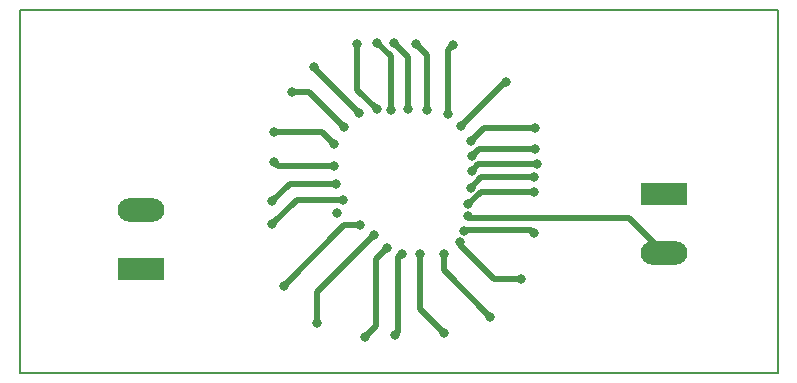
<source format=gbr>
%TF.GenerationSoftware,KiCad,Pcbnew,(6.0.9)*%
%TF.CreationDate,2022-11-24T21:30:43+02:00*%
%TF.ProjectId,transformer,7472616e-7366-46f7-926d-65722e6b6963,rev?*%
%TF.SameCoordinates,Original*%
%TF.FileFunction,Copper,L4,Bot*%
%TF.FilePolarity,Positive*%
%FSLAX46Y46*%
G04 Gerber Fmt 4.6, Leading zero omitted, Abs format (unit mm)*
G04 Created by KiCad (PCBNEW (6.0.9)) date 2022-11-24 21:30:44*
%MOMM*%
%LPD*%
G01*
G04 APERTURE LIST*
%TA.AperFunction,Profile*%
%ADD10C,0.150000*%
%TD*%
%TA.AperFunction,ComponentPad*%
%ADD11R,3.960000X1.980000*%
%TD*%
%TA.AperFunction,ComponentPad*%
%ADD12O,3.960000X1.980000*%
%TD*%
%TA.AperFunction,ViaPad*%
%ADD13C,0.800000*%
%TD*%
%TA.AperFunction,Conductor*%
%ADD14C,0.500000*%
%TD*%
G04 APERTURE END LIST*
D10*
X102514400Y-135915400D02*
X166674800Y-135915400D01*
X166674800Y-135915400D02*
X166674800Y-166624000D01*
X166674800Y-166624000D02*
X102514400Y-166624000D01*
X102514400Y-166624000D02*
X102514400Y-135915400D01*
D11*
%TO.P,J2,1,Pin_1*%
%TO.N,Net-(J2-Pad1)*%
X157048200Y-151434800D03*
D12*
%TO.P,J2,2,Pin_2*%
X157048200Y-156434800D03*
%TD*%
D11*
%TO.P,J1,1,Pin_1*%
%TO.N,Net-(J1-Pad1)*%
X112750600Y-157810200D03*
D12*
%TO.P,J1,2,Pin_2*%
X112750600Y-152810200D03*
%TD*%
D13*
%TO.N,Net-(J2-Pad1)*%
X140462000Y-153365200D03*
X146050000Y-154736800D03*
X140081000Y-154584400D03*
X139750800Y-155524200D03*
X142341600Y-161848800D03*
X138404600Y-156514800D03*
X138404600Y-163245800D03*
X136372600Y-156554300D03*
X134289800Y-163449000D03*
X124841000Y-159232600D03*
X129895600Y-151942800D03*
X131749800Y-163576000D03*
X123875800Y-152069800D03*
X134874000Y-156514800D03*
X133629400Y-156006800D03*
X129068700Y-149123400D03*
X129311400Y-150596600D03*
X129133600Y-147243800D03*
X124042300Y-146202400D03*
X125523012Y-142795012D03*
X127660400Y-162407600D03*
X129971800Y-145796000D03*
X124042300Y-148767800D03*
X123875800Y-154025600D03*
X127431800Y-140716000D03*
X131296388Y-154098012D03*
X131241800Y-144653000D03*
X144983200Y-158699200D03*
X131089400Y-138734800D03*
X132715000Y-144297400D03*
X132461000Y-154965400D03*
X134162800Y-138684000D03*
X135382000Y-144297400D03*
X133908800Y-144348200D03*
X136067800Y-138785600D03*
X136956800Y-144373600D03*
X139192000Y-138887200D03*
X132765800Y-138684000D03*
X143637000Y-141986000D03*
X138785600Y-144678400D03*
X146126200Y-145897600D03*
X139874012Y-145723588D03*
X140716000Y-146989800D03*
X146151600Y-147650200D03*
X140780900Y-148285200D03*
X146304000Y-148945600D03*
X140780900Y-149504400D03*
X140716000Y-150926800D03*
X146035900Y-151282400D03*
X140487400Y-152323800D03*
X146075400Y-150063200D03*
%TO.N,Net-(J1-Pad1)*%
X129336800Y-153085800D03*
%TD*%
D14*
%TO.N,Net-(J2-Pad1)*%
X154080200Y-153466800D02*
X157048200Y-156434800D01*
X140462000Y-153365200D02*
X140563600Y-153466800D01*
X140563600Y-153466800D02*
X154080200Y-153466800D01*
X132638800Y-162687000D02*
X132638800Y-156997400D01*
X131749800Y-163576000D02*
X132638800Y-162687000D01*
X132638800Y-156997400D02*
X133629400Y-156006800D01*
X127660400Y-159766000D02*
X132461000Y-154965400D01*
X127660400Y-162407600D02*
X127660400Y-159766000D01*
X134569200Y-163169600D02*
X134569200Y-156819600D01*
X134289800Y-163449000D02*
X134569200Y-163169600D01*
X134569200Y-156819600D02*
X134874000Y-156514800D01*
X136372600Y-161213800D02*
X136372600Y-156554300D01*
X138404600Y-163245800D02*
X136372600Y-161213800D01*
X142341600Y-161848800D02*
X138404600Y-157911800D01*
X138404600Y-157911800D02*
X138404600Y-156514800D01*
X139750800Y-155778200D02*
X139750800Y-155524200D01*
X142671800Y-158699200D02*
X139750800Y-155778200D01*
X144983200Y-158699200D02*
X142671800Y-158699200D01*
X140081000Y-154584400D02*
X140182600Y-154482800D01*
X140182600Y-154482800D02*
X145796000Y-154482800D01*
X145796000Y-154482800D02*
X146050000Y-154736800D01*
X131296388Y-154098012D02*
X129975588Y-154098012D01*
X125958600Y-151942800D02*
X123875800Y-154025600D01*
X129895600Y-151942800D02*
X125958600Y-151942800D01*
X129311400Y-150596600D02*
X125349000Y-150596600D01*
X129975588Y-154098012D02*
X124841000Y-159232600D01*
X124397900Y-149123400D02*
X124042300Y-148767800D01*
X129068700Y-149123400D02*
X124397900Y-149123400D01*
X125349000Y-150596600D02*
X123875800Y-152069800D01*
X128092200Y-146202400D02*
X124042300Y-146202400D01*
X129133600Y-147243800D02*
X128092200Y-146202400D01*
X126970812Y-142795012D02*
X125523012Y-142795012D01*
X129971800Y-145796000D02*
X126970812Y-142795012D01*
X127431800Y-140843000D02*
X127431800Y-140716000D01*
X131241800Y-144653000D02*
X127431800Y-140843000D01*
X132715000Y-144297400D02*
X131089400Y-142671800D01*
X131089400Y-142671800D02*
X131089400Y-138734800D01*
X133908800Y-144348200D02*
X133908800Y-139827000D01*
X135382000Y-139903200D02*
X134162800Y-138684000D01*
X135382000Y-144297400D02*
X135382000Y-139903200D01*
X136956800Y-139674600D02*
X136067800Y-138785600D01*
X136956800Y-144373600D02*
X136956800Y-139674600D01*
X133908800Y-139827000D02*
X132765800Y-138684000D01*
X138785600Y-139293600D02*
X139192000Y-138887200D01*
X138785600Y-144678400D02*
X138785600Y-139293600D01*
X139874012Y-145723588D02*
X143611600Y-141986000D01*
X143611600Y-141986000D02*
X143637000Y-141986000D01*
X141808200Y-145897600D02*
X146126200Y-145897600D01*
X140716000Y-146989800D02*
X141808200Y-145897600D01*
X141415900Y-147650200D02*
X146151600Y-147650200D01*
X140780900Y-148285200D02*
X141415900Y-147650200D01*
X141339700Y-148945600D02*
X146304000Y-148945600D01*
X140780900Y-149504400D02*
X141339700Y-148945600D01*
X141579600Y-150063200D02*
X146075400Y-150063200D01*
X140716000Y-150926800D02*
X141579600Y-150063200D01*
X140487400Y-152323800D02*
X141528800Y-151282400D01*
X141528800Y-151282400D02*
X146035900Y-151282400D01*
%TD*%
M02*

</source>
